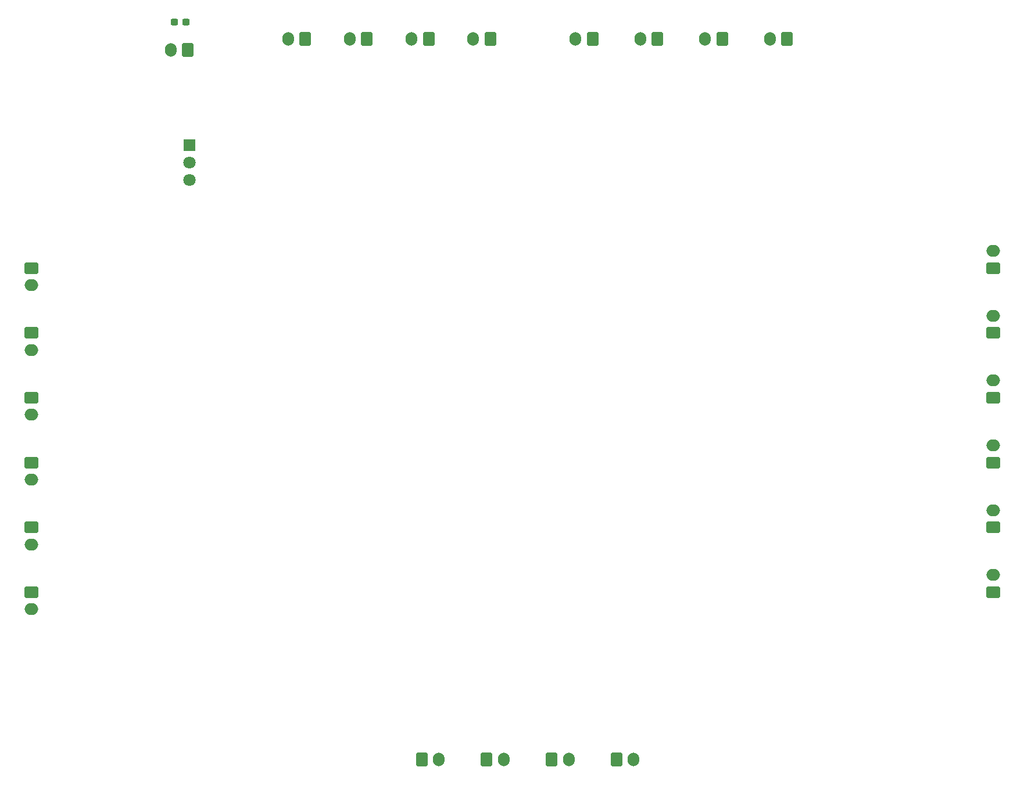
<source format=gbr>
%TF.GenerationSoftware,KiCad,Pcbnew,8.0.3*%
%TF.CreationDate,2024-07-05T07:33:57-06:00*%
%TF.ProjectId,Master of Dungeons,4d617374-6572-4206-9f66-2044756e6765,rev?*%
%TF.SameCoordinates,Original*%
%TF.FileFunction,Soldermask,Bot*%
%TF.FilePolarity,Negative*%
%FSLAX46Y46*%
G04 Gerber Fmt 4.6, Leading zero omitted, Abs format (unit mm)*
G04 Created by KiCad (PCBNEW 8.0.3) date 2024-07-05 07:33:57*
%MOMM*%
%LPD*%
G01*
G04 APERTURE LIST*
G04 Aperture macros list*
%AMRoundRect*
0 Rectangle with rounded corners*
0 $1 Rounding radius*
0 $2 $3 $4 $5 $6 $7 $8 $9 X,Y pos of 4 corners*
0 Add a 4 corners polygon primitive as box body*
4,1,4,$2,$3,$4,$5,$6,$7,$8,$9,$2,$3,0*
0 Add four circle primitives for the rounded corners*
1,1,$1+$1,$2,$3*
1,1,$1+$1,$4,$5*
1,1,$1+$1,$6,$7*
1,1,$1+$1,$8,$9*
0 Add four rect primitives between the rounded corners*
20,1,$1+$1,$2,$3,$4,$5,0*
20,1,$1+$1,$4,$5,$6,$7,0*
20,1,$1+$1,$6,$7,$8,$9,0*
20,1,$1+$1,$8,$9,$2,$3,0*%
G04 Aperture macros list end*
%ADD10RoundRect,0.250000X0.750000X-0.600000X0.750000X0.600000X-0.750000X0.600000X-0.750000X-0.600000X0*%
%ADD11O,2.000000X1.700000*%
%ADD12RoundRect,0.250000X0.600000X0.750000X-0.600000X0.750000X-0.600000X-0.750000X0.600000X-0.750000X0*%
%ADD13O,1.700000X2.000000*%
%ADD14RoundRect,0.250000X-0.750000X0.600000X-0.750000X-0.600000X0.750000X-0.600000X0.750000X0.600000X0*%
%ADD15RoundRect,0.250000X-0.600000X-0.750000X0.600000X-0.750000X0.600000X0.750000X-0.600000X0.750000X0*%
%ADD16R,1.800000X1.800000*%
%ADD17C,1.800000*%
%ADD18RoundRect,0.237500X0.300000X0.237500X-0.300000X0.237500X-0.300000X-0.237500X0.300000X-0.237500X0*%
G04 APERTURE END LIST*
D10*
%TO.C,J23*%
X220050000Y-102700000D03*
D11*
X220050000Y-100200000D03*
%TD*%
D12*
%TO.C,J2*%
X137850000Y-31450000D03*
D13*
X135350000Y-31450000D03*
%TD*%
D12*
%TO.C,J15*%
X190070000Y-31490000D03*
D13*
X187570000Y-31490000D03*
%TD*%
D10*
%TO.C,J22*%
X220050000Y-93250000D03*
D11*
X220050000Y-90750000D03*
%TD*%
D12*
%TO.C,J3*%
X128850000Y-31450000D03*
D13*
X126350000Y-31450000D03*
%TD*%
D14*
%TO.C,J8*%
X79950000Y-93250000D03*
D11*
X79950000Y-95750000D03*
%TD*%
D12*
%TO.C,J4*%
X119850000Y-31450000D03*
D13*
X117350000Y-31450000D03*
%TD*%
D15*
%TO.C,J14*%
X165200000Y-136550000D03*
D13*
X167700000Y-136550000D03*
%TD*%
D10*
%TO.C,J19*%
X220080000Y-64890000D03*
D11*
X220080000Y-62390000D03*
%TD*%
D16*
%TO.C,U2*%
X102980000Y-46950000D03*
D17*
X102980000Y-49490000D03*
X102980000Y-52030000D03*
%TD*%
D14*
%TO.C,J9*%
X79950000Y-102700000D03*
D11*
X79950000Y-105200000D03*
%TD*%
D15*
%TO.C,J12*%
X146300000Y-136550000D03*
D13*
X148800000Y-136550000D03*
%TD*%
D12*
%TO.C,J1*%
X146850000Y-31450000D03*
D13*
X144350000Y-31450000D03*
%TD*%
D14*
%TO.C,J6*%
X79950000Y-74350000D03*
D11*
X79950000Y-76850000D03*
%TD*%
D14*
%TO.C,J7*%
X79950000Y-83800000D03*
D11*
X79950000Y-86300000D03*
%TD*%
D10*
%TO.C,J20*%
X220050000Y-74350000D03*
D11*
X220050000Y-71850000D03*
%TD*%
D12*
%TO.C,J17*%
X171170000Y-31490000D03*
D13*
X168670000Y-31490000D03*
%TD*%
D10*
%TO.C,J24*%
X220050000Y-112150000D03*
D11*
X220050000Y-109650000D03*
%TD*%
D15*
%TO.C,J11*%
X136850000Y-136550000D03*
D13*
X139350000Y-136550000D03*
%TD*%
D14*
%TO.C,J5*%
X79950000Y-64900000D03*
D11*
X79950000Y-67400000D03*
%TD*%
D12*
%TO.C,J16*%
X180620000Y-31490000D03*
D13*
X178120000Y-31490000D03*
%TD*%
D12*
%TO.C,J18*%
X161720000Y-31490000D03*
D13*
X159220000Y-31490000D03*
%TD*%
D15*
%TO.C,J13*%
X155750000Y-136550000D03*
D13*
X158250000Y-136550000D03*
%TD*%
D14*
%TO.C,J10*%
X79950000Y-112150000D03*
D11*
X79950000Y-114650000D03*
%TD*%
D10*
%TO.C,J21*%
X220050000Y-83800000D03*
D11*
X220050000Y-81300000D03*
%TD*%
D12*
%TO.C,J25*%
X102750000Y-33050000D03*
D13*
X100250000Y-33050000D03*
%TD*%
D18*
%TO.C,C2*%
X102500000Y-29000000D03*
X100775000Y-29000000D03*
%TD*%
M02*

</source>
